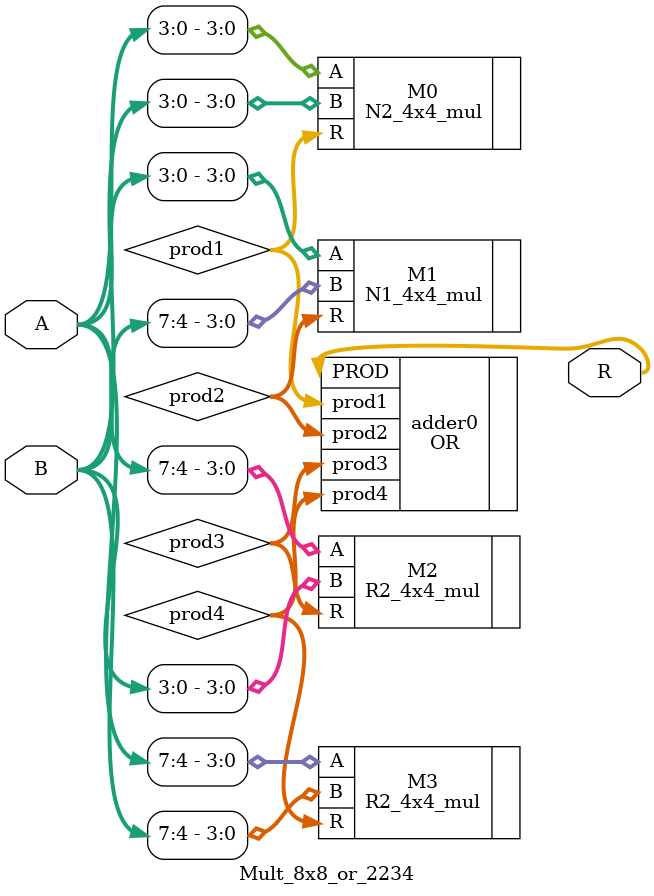
<source format=v>
module Mult_8x8_or_2234(
input [7:0] A,
input [7:0] B,
output [15:0]R
);
wire [7:0]prod1;
wire [7:0]prod2;
wire [7:0]prod3;
wire [7:0]prod4;

N2_4x4_mul M0(.A(A[3:0]),.B(B[3:0]),.R(prod1));
N1_4x4_mul M1(.A(A[3:0]),.B(B[7:4]),.R(prod2));
R2_4x4_mul M2(.A(A[7:4]),.B(B[3:0]),.R(prod3));
R2_4x4_mul M3(.A(A[7:4]),.B(B[7:4]),.R(prod4));
OR adder0(.prod1(prod1),.prod2(prod2),.prod3(prod3),.prod4(prod4),.PROD(R));
endmodule

</source>
